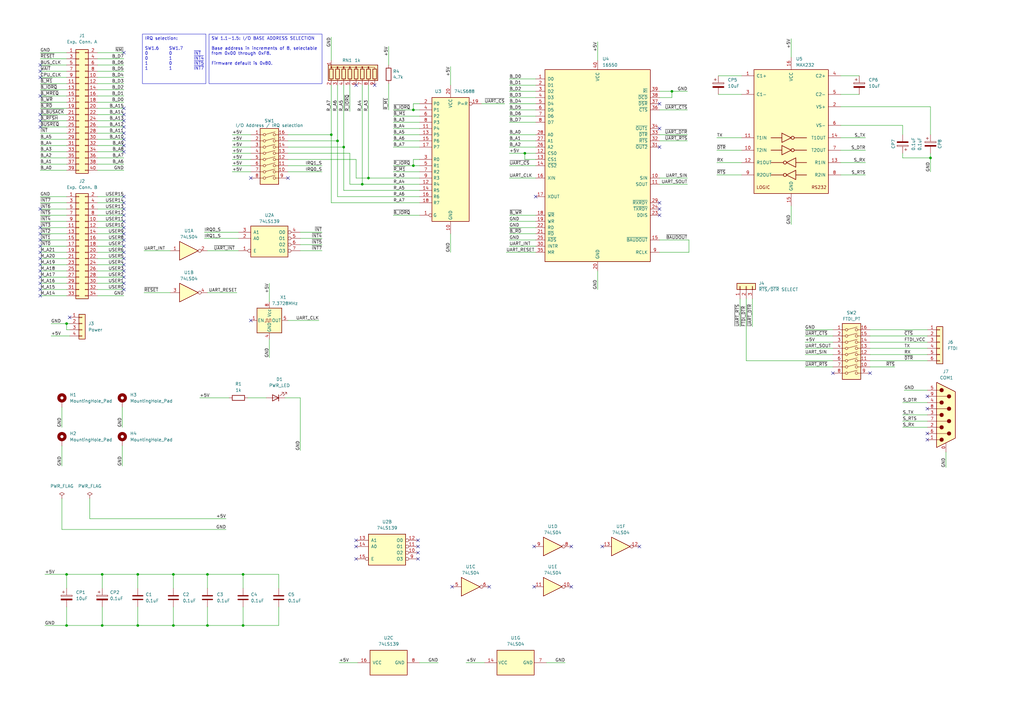
<source format=kicad_sch>
(kicad_sch (version 20230121) (generator eeschema)
  (paper "A3")
  (title_block (title "Serial I/O board for the stackable Z80 computer") (date "2024-02-19") (rev "1.7"))
  (junction (at 27.305 256.54))
  (junction (at 85.09 235.585))
  (junction (at 99.695 256.54))
  (junction (at 135.89 55.245))
  (junction (at 27.305 235.585))
  (junction (at 138.43 57.785))
  (junction (at 169.545 45.085))
  (junction (at 275.59 37.465))
  (junction (at 41.91 235.585))
  (junction (at 148.59 75.565))
  (junction (at 85.09 256.54))
  (junction (at 27.305 132.715))
  (junction (at 151.13 73.025))
  (junction (at 71.12 235.585))
  (junction (at 99.695 235.585))
  (junction (at 140.97 60.325))
  (junction (at 71.12 256.54))
  (junction (at 41.91 256.54))
  (junction (at 56.515 235.585))
  (junction (at 381.635 64.77))
  (junction (at 169.545 67.945))
  (junction (at 56.515 256.54))
  (junction (at 215.265 62.865))
  (no_connect (at 146.05 224.155))
  (no_connect (at 16.51 108.585))
  (no_connect (at 171.45 224.155))
  (no_connect (at 262.255 224.155))
  (no_connect (at 50.8 62.23))
  (no_connect (at 102.87 73.025))
  (no_connect (at 200.66 240.665))
  (no_connect (at 50.8 113.665))
  (no_connect (at 50.8 95.885))
  (no_connect (at 50.8 108.585))
  (no_connect (at 50.8 21.59))
  (no_connect (at 16.51 98.425))
  (no_connect (at 50.8 116.205))
  (no_connect (at 50.8 52.07))
  (no_connect (at 50.8 49.53))
  (no_connect (at 50.8 103.505))
  (no_connect (at 234.315 240.665))
  (no_connect (at 16.51 93.345))
  (no_connect (at 50.8 90.805))
  (no_connect (at 50.8 54.61))
  (no_connect (at 16.51 49.53))
  (no_connect (at 50.8 88.265))
  (no_connect (at 270.51 42.545))
  (no_connect (at 341.63 153.035))
  (no_connect (at 380.365 180.34))
  (no_connect (at 146.05 229.235))
  (no_connect (at 102.87 131.445))
  (no_connect (at 380.365 167.64))
  (no_connect (at 16.51 26.67))
  (no_connect (at 234.315 224.155))
  (no_connect (at 16.51 121.285))
  (no_connect (at 50.8 93.345))
  (no_connect (at 16.51 113.665))
  (no_connect (at 356.87 153.035))
  (no_connect (at 146.05 34.925))
  (no_connect (at 219.71 80.645))
  (no_connect (at 16.51 46.99))
  (no_connect (at 270.51 88.265))
  (no_connect (at 16.51 111.125))
  (no_connect (at 50.8 83.185))
  (no_connect (at 270.51 60.325))
  (no_connect (at 50.8 100.965))
  (no_connect (at 171.45 226.695))
  (no_connect (at 50.8 118.745))
  (no_connect (at 50.8 59.69))
  (no_connect (at 16.51 52.07))
  (no_connect (at 16.51 95.885))
  (no_connect (at 146.05 221.615))
  (no_connect (at 270.51 85.725))
  (no_connect (at 153.67 34.925))
  (no_connect (at 118.11 73.025))
  (no_connect (at 50.8 98.425))
  (no_connect (at 219.075 240.665))
  (no_connect (at 50.8 85.725))
  (no_connect (at 16.51 103.505))
  (no_connect (at 171.45 221.615))
  (no_connect (at 16.51 118.745))
  (no_connect (at 50.8 111.125))
  (no_connect (at 16.51 106.045))
  (no_connect (at 16.51 29.21))
  (no_connect (at 50.8 46.99))
  (no_connect (at 50.8 80.645))
  (no_connect (at 270.51 83.185))
  (no_connect (at 270.51 52.705))
  (no_connect (at 185.42 240.665))
  (no_connect (at 16.51 31.75))
  (no_connect (at 50.8 44.45))
  (no_connect (at 247.015 224.155))
  (no_connect (at 16.51 85.725))
  (no_connect (at 28.575 130.175))
  (no_connect (at 219.075 224.155))
  (no_connect (at 380.365 162.56))
  (no_connect (at 171.45 229.235))
  (no_connect (at 380.365 177.8))
  (no_connect (at 16.51 39.37))
  (no_connect (at 50.8 106.045))
  (no_connect (at 50.8 57.15))
  (no_connect (at 16.51 100.965))
  (no_connect (at 16.51 116.205))
  (wire (pts (xy 50.8 36.83) (xy 40.005 36.83)))
  (wire (pts (xy 83.82 95.25) (xy 97.79 95.25)))
  (wire (pts (xy 308.61 133.985) (xy 308.61 122.555)))
  (wire (pts (xy 95.25 70.485) (xy 102.87 70.485)))
  (wire (pts (xy 40.005 103.505) (xy 50.8 103.505)))
  (wire (pts (xy 25.4 204.47) (xy 25.4 217.17)))
  (wire (pts (xy 281.94 57.785) (xy 270.51 57.785)))
  (wire (pts (xy 282.575 98.425) (xy 282.575 103.505)))
  (wire (pts (xy 56.515 241.3) (xy 56.515 235.585)))
  (wire (pts (xy 191.135 271.78) (xy 198.755 271.78)))
  (wire (pts (xy 159.385 19.05) (xy 159.385 26.67)))
  (wire (pts (xy 207.645 103.505) (xy 219.71 103.505)))
  (wire (pts (xy 16.51 113.665) (xy 27.305 113.665)))
  (wire (pts (xy 16.51 36.83) (xy 27.305 36.83)))
  (wire (pts (xy 370.205 172.72) (xy 380.365 172.72)))
  (wire (pts (xy 161.29 45.085) (xy 169.545 45.085)))
  (wire (pts (xy 16.51 46.99) (xy 27.305 46.99)))
  (wire (pts (xy 40.005 90.805) (xy 50.8 90.805)))
  (wire (pts (xy 27.305 135.255) (xy 27.305 132.715)))
  (wire (pts (xy 172.085 80.645) (xy 138.43 80.645)))
  (wire (pts (xy 50.165 167.005) (xy 50.165 175.26)))
  (wire (pts (xy 118.11 62.865) (xy 143.51 62.865)))
  (wire (pts (xy 101.6 163.195) (xy 109.22 163.195)))
  (wire (pts (xy 85.09 102.87) (xy 97.79 102.87)))
  (wire (pts (xy 275.59 40.005) (xy 275.59 37.465)))
  (wire (pts (xy 356.87 145.415) (xy 380.365 145.415)))
  (wire (pts (xy 110.49 146.685) (xy 110.49 139.065)))
  (wire (pts (xy 169.545 42.545) (xy 172.085 42.545)))
  (wire (pts (xy 118.11 65.405) (xy 146.05 65.405)))
  (wire (pts (xy 161.29 55.245) (xy 172.085 55.245)))
  (wire (pts (xy 16.51 85.725) (xy 27.305 85.725)))
  (wire (pts (xy 208.915 57.785) (xy 219.71 57.785)))
  (wire (pts (xy 208.915 88.265) (xy 219.71 88.265)))
  (wire (pts (xy 354.965 66.675) (xy 344.805 66.675)))
  (wire (pts (xy 330.2 145.415) (xy 341.63 145.415)))
  (wire (pts (xy 132.08 70.485) (xy 118.11 70.485)))
  (wire (pts (xy 18.415 235.585) (xy 27.305 235.585)))
  (wire (pts (xy 231.775 271.78) (xy 224.155 271.78)))
  (wire (pts (xy 50.8 41.91) (xy 40.005 41.91)))
  (wire (pts (xy 27.305 235.585) (xy 27.305 241.3)))
  (wire (pts (xy 270.51 103.505) (xy 282.575 103.505)))
  (wire (pts (xy 140.97 60.325) (xy 140.97 78.105)))
  (wire (pts (xy 172.085 73.025) (xy 151.13 73.025)))
  (wire (pts (xy 294.005 71.755) (xy 304.165 71.755)))
  (wire (pts (xy 56.515 235.585) (xy 71.12 235.585)))
  (wire (pts (xy 40.005 106.045) (xy 50.8 106.045)))
  (wire (pts (xy 151.13 73.025) (xy 146.05 73.025)))
  (wire (pts (xy 16.51 69.85) (xy 27.305 69.85)))
  (wire (pts (xy 208.915 100.965) (xy 219.71 100.965)))
  (wire (pts (xy 344.805 51.435) (xy 370.205 51.435)))
  (wire (pts (xy 50.8 121.285) (xy 40.005 121.285)))
  (wire (pts (xy 281.94 73.025) (xy 270.51 73.025)))
  (wire (pts (xy 50.8 52.07) (xy 40.005 52.07)))
  (wire (pts (xy 281.94 75.565) (xy 270.51 75.565)))
  (wire (pts (xy 59.055 120.015) (xy 69.85 120.015)))
  (wire (pts (xy 330.2 140.335) (xy 341.63 140.335)))
  (wire (pts (xy 151.13 34.925) (xy 151.13 73.025)))
  (wire (pts (xy 356.87 142.875) (xy 380.365 142.875)))
  (wire (pts (xy 59.055 102.87) (xy 69.85 102.87)))
  (wire (pts (xy 50.8 57.15) (xy 40.005 57.15)))
  (wire (pts (xy 25.4 182.88) (xy 25.4 191.135)))
  (wire (pts (xy 40.005 100.965) (xy 50.8 100.965)))
  (wire (pts (xy 16.51 41.91) (xy 27.305 41.91)))
  (wire (pts (xy 27.305 256.54) (xy 27.305 248.92)))
  (wire (pts (xy 184.785 27.305) (xy 184.785 34.925)))
  (wire (pts (xy 354.965 56.515) (xy 344.805 56.515)))
  (wire (pts (xy 50.8 62.23) (xy 40.005 62.23)))
  (wire (pts (xy 354.965 71.755) (xy 344.805 71.755)))
  (wire (pts (xy 40.005 88.265) (xy 50.8 88.265)))
  (wire (pts (xy 159.385 45.085) (xy 159.385 34.29)))
  (wire (pts (xy 50.8 54.61) (xy 40.005 54.61)))
  (wire (pts (xy 56.515 256.54) (xy 71.12 256.54)))
  (wire (pts (xy 132.08 100.33) (xy 123.19 100.33)))
  (wire (pts (xy 16.51 54.61) (xy 27.305 54.61)))
  (wire (pts (xy 294.005 66.675) (xy 304.165 66.675)))
  (wire (pts (xy 330.2 135.255) (xy 341.63 135.255)))
  (wire (pts (xy 356.87 140.335) (xy 380.365 140.335)))
  (wire (pts (xy 50.8 49.53) (xy 40.005 49.53)))
  (wire (pts (xy 50.8 116.205) (xy 40.005 116.205)))
  (wire (pts (xy 148.59 75.565) (xy 143.51 75.565)))
  (wire (pts (xy 208.915 62.865) (xy 215.265 62.865)))
  (wire (pts (xy 50.8 24.13) (xy 40.005 24.13)))
  (wire (pts (xy 354.965 61.595) (xy 344.805 61.595)))
  (wire (pts (xy 207.01 42.545) (xy 197.485 42.545)))
  (wire (pts (xy 114.3 248.92) (xy 114.3 256.54)))
  (wire (pts (xy 16.51 44.45) (xy 27.305 44.45)))
  (wire (pts (xy 304.165 38.735) (xy 294.64 38.735)))
  (wire (pts (xy 172.085 65.405) (xy 169.545 65.405)))
  (wire (pts (xy 56.515 256.54) (xy 41.91 256.54)))
  (wire (pts (xy 281.94 55.245) (xy 270.51 55.245)))
  (wire (pts (xy 381.635 64.77) (xy 370.205 64.77)))
  (wire (pts (xy 27.305 132.715) (xy 28.575 132.715)))
  (wire (pts (xy 135.89 15.24) (xy 135.89 24.765)))
  (wire (pts (xy 50.8 34.29) (xy 40.005 34.29)))
  (wire (pts (xy 50.8 46.99) (xy 40.005 46.99)))
  (wire (pts (xy 208.915 67.945) (xy 219.71 67.945)))
  (wire (pts (xy 25.4 217.17) (xy 92.71 217.17)))
  (wire (pts (xy 36.83 212.725) (xy 92.71 212.725)))
  (wire (pts (xy 324.485 15.875) (xy 324.485 23.495)))
  (wire (pts (xy 306.07 147.955) (xy 341.63 147.955)))
  (wire (pts (xy 16.51 29.21) (xy 27.305 29.21)))
  (wire (pts (xy 275.59 37.465) (xy 270.51 37.465)))
  (wire (pts (xy 161.29 57.785) (xy 172.085 57.785)))
  (wire (pts (xy 270.51 98.425) (xy 282.575 98.425)))
  (wire (pts (xy 50.8 59.69) (xy 40.005 59.69)))
  (wire (pts (xy 40.005 83.185) (xy 50.8 83.185)))
  (wire (pts (xy 83.82 97.79) (xy 97.79 97.79)))
  (wire (pts (xy 324.485 92.075) (xy 324.485 84.455)))
  (wire (pts (xy 184.785 103.505) (xy 184.785 95.885)))
  (wire (pts (xy 81.915 163.195) (xy 93.98 163.195)))
  (wire (pts (xy 370.205 165.1) (xy 380.365 165.1)))
  (wire (pts (xy 281.94 37.465) (xy 275.59 37.465)))
  (wire (pts (xy 16.51 49.53) (xy 27.305 49.53)))
  (wire (pts (xy 16.51 59.69) (xy 27.305 59.69)))
  (wire (pts (xy 99.695 235.585) (xy 99.695 241.3)))
  (wire (pts (xy 25.4 167.005) (xy 25.4 175.26)))
  (wire (pts (xy 16.51 39.37) (xy 27.305 39.37)))
  (wire (pts (xy 208.915 98.425) (xy 219.71 98.425)))
  (wire (pts (xy 16.51 26.67) (xy 27.305 26.67)))
  (wire (pts (xy 169.545 65.405) (xy 169.545 67.945)))
  (wire (pts (xy 356.87 137.795) (xy 380.365 137.795)))
  (wire (pts (xy 169.545 45.085) (xy 172.085 45.085)))
  (wire (pts (xy 294.005 61.595) (xy 304.165 61.595)))
  (wire (pts (xy 304.165 31.115) (xy 294.64 31.115)))
  (wire (pts (xy 85.09 256.54) (xy 71.12 256.54)))
  (wire (pts (xy 110.49 116.205) (xy 110.49 123.825)))
  (wire (pts (xy 161.29 47.625) (xy 172.085 47.625)))
  (wire (pts (xy 270.51 40.005) (xy 275.59 40.005)))
  (wire (pts (xy 208.915 34.925) (xy 219.71 34.925)))
  (wire (pts (xy 16.51 118.745) (xy 27.305 118.745)))
  (wire (pts (xy 40.005 98.425) (xy 50.8 98.425)))
  (wire (pts (xy 16.51 121.285) (xy 27.305 121.285)))
  (wire (pts (xy 161.29 60.325) (xy 172.085 60.325)))
  (wire (pts (xy 85.09 235.585) (xy 71.12 235.585)))
  (wire (pts (xy 28.575 135.255) (xy 27.305 135.255)))
  (wire (pts (xy 356.87 135.255) (xy 380.365 135.255)))
  (wire (pts (xy 18.415 256.54) (xy 27.305 256.54)))
  (wire (pts (xy 16.51 31.75) (xy 27.305 31.75)))
  (wire (pts (xy 50.8 67.31) (xy 40.005 67.31)))
  (wire (pts (xy 381.635 64.77) (xy 381.635 62.865)))
  (wire (pts (xy 16.51 108.585) (xy 27.305 108.585)))
  (wire (pts (xy 71.12 241.3) (xy 71.12 235.585)))
  (wire (pts (xy 41.91 235.585) (xy 41.91 241.3)))
  (wire (pts (xy 138.43 34.925) (xy 138.43 57.785)))
  (wire (pts (xy 172.085 78.105) (xy 140.97 78.105)))
  (wire (pts (xy 40.005 108.585) (xy 50.8 108.585)))
  (wire (pts (xy 367.03 150.495) (xy 356.87 150.495)))
  (wire (pts (xy 245.11 17.145) (xy 245.11 24.765)))
  (wire (pts (xy 16.51 93.345) (xy 27.305 93.345)))
  (wire (pts (xy 16.51 116.205) (xy 27.305 116.205)))
  (wire (pts (xy 281.94 45.085) (xy 270.51 45.085)))
  (wire (pts (xy 16.51 52.07) (xy 27.305 52.07)))
  (wire (pts (xy 132.08 97.79) (xy 123.19 97.79)))
  (wire (pts (xy 118.11 57.785) (xy 138.43 57.785)))
  (wire (pts (xy 161.29 50.165) (xy 172.085 50.165)))
  (wire (pts (xy 95.25 65.405) (xy 102.87 65.405)))
  (wire (pts (xy 50.8 64.77) (xy 40.005 64.77)))
  (wire (pts (xy 132.08 67.945) (xy 118.11 67.945)))
  (wire (pts (xy 148.59 34.925) (xy 148.59 75.565)))
  (wire (pts (xy 370.205 64.77) (xy 370.205 62.865)))
  (wire (pts (xy 356.87 147.955) (xy 380.365 147.955)))
  (wire (pts (xy 208.915 93.345) (xy 219.71 93.345)))
  (wire (pts (xy 138.43 57.785) (xy 138.43 80.645)))
  (wire (pts (xy 16.51 57.15) (xy 27.305 57.15)))
  (wire (pts (xy 50.8 113.665) (xy 40.005 113.665)))
  (wire (pts (xy 370.205 175.26) (xy 380.365 175.26)))
  (wire (pts (xy 114.3 241.3) (xy 114.3 235.585)))
  (wire (pts (xy 294.005 56.515) (xy 304.165 56.515)))
  (wire (pts (xy 132.08 102.87) (xy 123.19 102.87)))
  (wire (pts (xy 20.955 132.715) (xy 27.305 132.715)))
  (wire (pts (xy 95.25 55.245) (xy 102.87 55.245)))
  (wire (pts (xy 97.155 120.015) (xy 85.09 120.015)))
  (wire (pts (xy 208.915 40.005) (xy 219.71 40.005)))
  (wire (pts (xy 161.29 70.485) (xy 172.085 70.485)))
  (wire (pts (xy 16.51 64.77) (xy 27.305 64.77)))
  (wire (pts (xy 161.29 67.945) (xy 169.545 67.945)))
  (wire (pts (xy 208.915 32.385) (xy 219.71 32.385)))
  (wire (pts (xy 143.51 62.865) (xy 143.51 75.565)))
  (wire (pts (xy 381.635 43.815) (xy 381.635 55.245)))
  (wire (pts (xy 245.11 118.745) (xy 245.11 111.125)))
  (wire (pts (xy 16.51 80.645) (xy 27.305 80.645)))
  (wire (pts (xy 330.2 142.875) (xy 341.63 142.875)))
  (wire (pts (xy 50.8 31.75) (xy 40.005 31.75)))
  (wire (pts (xy 71.12 248.92) (xy 71.12 256.54)))
  (wire (pts (xy 50.8 69.85) (xy 40.005 69.85)))
  (wire (pts (xy 27.305 235.585) (xy 41.91 235.585)))
  (wire (pts (xy 99.695 235.585) (xy 85.09 235.585)))
  (wire (pts (xy 16.51 98.425) (xy 27.305 98.425)))
  (wire (pts (xy 118.11 60.325) (xy 140.97 60.325)))
  (wire (pts (xy 146.05 65.405) (xy 146.05 73.025)))
  (wire (pts (xy 16.51 88.265) (xy 27.305 88.265)))
  (wire (pts (xy 208.915 60.325) (xy 219.71 60.325)))
  (wire (pts (xy 344.805 43.815) (xy 381.635 43.815)))
  (wire (pts (xy 330.2 150.495) (xy 341.63 150.495)))
  (wire (pts (xy 85.09 248.92) (xy 85.09 256.54)))
  (wire (pts (xy 172.085 75.565) (xy 148.59 75.565)))
  (wire (pts (xy 215.265 65.405) (xy 215.265 62.865)))
  (wire (pts (xy 208.915 45.085) (xy 219.71 45.085)))
  (wire (pts (xy 50.165 182.88) (xy 50.165 191.135)))
  (wire (pts (xy 16.51 106.045) (xy 27.305 106.045)))
  (wire (pts (xy 135.89 55.245) (xy 135.89 83.185)))
  (wire (pts (xy 370.205 170.18) (xy 380.365 170.18)))
  (wire (pts (xy 114.3 256.54) (xy 99.695 256.54)))
  (wire (pts (xy 16.51 95.885) (xy 27.305 95.885)))
  (wire (pts (xy 306.07 122.555) (xy 306.07 147.955)))
  (wire (pts (xy 387.985 185.42) (xy 387.985 191.77)))
  (wire (pts (xy 143.51 45.72) (xy 143.51 34.925)))
  (wire (pts (xy 16.51 67.31) (xy 27.305 67.31)))
  (wire (pts (xy 50.8 44.45) (xy 40.005 44.45)))
  (wire (pts (xy 208.915 42.545) (xy 219.71 42.545)))
  (wire (pts (xy 123.19 163.195) (xy 123.19 184.785)))
  (wire (pts (xy 118.11 131.445) (xy 130.81 131.445)))
  (wire (pts (xy 352.425 31.115) (xy 344.805 31.115)))
  (wire (pts (xy 20.955 137.795) (xy 28.575 137.795)))
  (wire (pts (xy 95.25 62.865) (xy 102.87 62.865)))
  (wire (pts (xy 56.515 248.92) (xy 56.515 256.54)))
  (wire (pts (xy 16.51 21.59) (xy 27.305 21.59)))
  (wire (pts (xy 219.71 73.025) (xy 208.915 73.025)))
  (wire (pts (xy 85.09 241.3) (xy 85.09 235.585)))
  (wire (pts (xy 50.8 21.59) (xy 40.005 21.59)))
  (wire (pts (xy 16.51 111.125) (xy 27.305 111.125)))
  (wire (pts (xy 16.51 103.505) (xy 27.305 103.505)))
  (wire (pts (xy 40.005 93.345) (xy 50.8 93.345)))
  (wire (pts (xy 95.25 60.325) (xy 102.87 60.325)))
  (wire (pts (xy 99.695 248.92) (xy 99.695 256.54)))
  (wire (pts (xy 140.97 34.925) (xy 140.97 60.325)))
  (wire (pts (xy 208.915 95.885) (xy 219.71 95.885)))
  (wire (pts (xy 50.8 111.125) (xy 40.005 111.125)))
  (wire (pts (xy 50.8 29.21) (xy 40.005 29.21)))
  (wire (pts (xy 169.545 45.085) (xy 169.545 42.545)))
  (wire (pts (xy 169.545 67.945) (xy 172.085 67.945)))
  (wire (pts (xy 50.8 118.745) (xy 40.005 118.745)))
  (wire (pts (xy 135.89 34.925) (xy 135.89 55.245)))
  (wire (pts (xy 370.205 51.435) (xy 370.205 55.245)))
  (wire (pts (xy 179.705 271.78) (xy 172.085 271.78)))
  (wire (pts (xy 208.915 50.165) (xy 219.71 50.165)))
  (wire (pts (xy 16.51 24.13) (xy 27.305 24.13)))
  (wire (pts (xy 303.53 133.985) (xy 303.53 122.555)))
  (wire (pts (xy 208.915 37.465) (xy 219.71 37.465)))
  (wire (pts (xy 99.695 256.54) (xy 85.09 256.54)))
  (wire (pts (xy 95.25 57.785) (xy 102.87 57.785)))
  (wire (pts (xy 208.915 55.245) (xy 219.71 55.245)))
  (wire (pts (xy 41.91 256.54) (xy 41.91 248.92)))
  (wire (pts (xy 16.51 83.185) (xy 27.305 83.185)))
  (wire (pts (xy 330.2 137.795) (xy 341.63 137.795)))
  (wire (pts (xy 27.305 256.54) (xy 41.91 256.54)))
  (wire (pts (xy 40.005 80.645) (xy 50.8 80.645)))
  (wire (pts (xy 40.005 85.725) (xy 50.8 85.725)))
  (wire (pts (xy 132.08 95.25) (xy 123.19 95.25)))
  (wire (pts (xy 16.51 90.805) (xy 27.305 90.805)))
  (wire (pts (xy 215.265 62.865) (xy 219.71 62.865)))
  (wire (pts (xy 139.065 271.78) (xy 146.685 271.78)))
  (wire (pts (xy 380.365 160.02) (xy 370.84 160.02)))
  (wire (pts (xy 114.3 235.585) (xy 99.695 235.585)))
  (wire (pts (xy 16.51 100.965) (xy 27.305 100.965)))
  (wire (pts (xy 208.915 90.805) (xy 219.71 90.805)))
  (wire (pts (xy 40.005 95.885) (xy 50.8 95.885)))
  (wire (pts (xy 352.425 38.735) (xy 344.805 38.735)))
  (wire (pts (xy 381.635 70.485) (xy 381.635 64.77)))
  (wire (pts (xy 208.915 47.625) (xy 219.71 47.625)))
  (wire (pts (xy 161.29 88.265) (xy 172.085 88.265)))
  (wire (pts (xy 123.19 163.195) (xy 116.84 163.195)))
  (wire (pts (xy 50.8 26.67) (xy 40.005 26.67)))
  (wire (pts (xy 95.25 67.945) (xy 102.87 67.945)))
  (wire (pts (xy 50.8 39.37) (xy 40.005 39.37)))
  (wire (pts (xy 56.515 235.585) (xy 41.91 235.585)))
  (wire (pts (xy 219.71 65.405) (xy 215.265 65.405)))
  (wire (pts (xy 16.51 62.23) (xy 27.305 62.23)))
  (wire (pts (xy 36.83 204.47) (xy 36.83 212.725)))
  (wire (pts (xy 118.11 55.245) (xy 135.89 55.245)))
  (wire (pts (xy 172.085 83.185) (xy 135.89 83.185)))
  (wire (pts (xy 16.51 34.29) (xy 27.305 34.29)))
  (wire (pts (xy 161.29 52.705) (xy 172.085 52.705)))
  (text_box "SW 1.1-1.5: I/O BASE ADDRESS SELECTION\n\nBase address in increments of 8, selectable\nfrom 0x00 through 0xF8.\n\nFirmware default is 0x80." (at 85.725 13.97 0) (size 46.355 20.32) (effects (font (size 1.27 1.27)) (justify left top)))
  (text_box "IRQ selection:\n\nSW1.6	SW1.7\n0		0		~{INT}\n0		1		~{INT4}\n1		0		~{INT5}\n1		1		~{INT7}\n\n" (at 58.42 13.97 0) (size 26.035 20.32) (effects (font (size 1.27 1.27)) (justify left top)))
  (label "GND" (at 50.165 175.26 90))
  (label "~{R_IORQ}" (at 161.29 67.945 0))
  (label "+5V" (at 95.25 70.485 0))
  (label "+5V" (at 95.25 62.865 0))
  (label "B_A3" (at 161.29 50.165 0))
  (label "USER4" (at 50.8 108.585 180))
  (label "~{RESET}" (at 16.51 24.13 0))
  (label "GND" (at 25.4 191.135 90))
  (label "R_A5" (at 140.97 45.72 90))
  (label "USER9" (at 50.8 95.885 180))
  (label "B_A5" (at 161.29 55.245 0))
  (label "GND" (at 110.49 146.685 90))
  (label "~{INT}" (at 16.51 54.61 0))
  (label "~{B_IORQ}" (at 161.29 45.085 0))
  (label "R_A5" (at 161.29 78.105 0))
  (label "B_A1" (at 16.51 67.31 0))
  (label "GND" (at 50.165 191.135 90))
  (label "B_A9" (at 50.8 59.69 180))
  (label "UART_RESET" (at 207.645 103.505 0))
  (label "GND" (at 370.84 160.02 0))
  (label "B_D4" (at 50.8 31.75 180))
  (label "B_D5" (at 208.915 45.085 0))
  (label "GND" (at 16.51 21.59 0))
  (label "R_A4" (at 161.29 75.565 0))
  (label "+5V" (at 159.385 19.05 270))
  (label "R_A3" (at 161.29 73.025 0))
  (label "UART_CLK" (at 208.915 73.025 0))
  (label "GND" (at 387.985 191.77 90))
  (label "B_A8" (at 50.8 62.23 180))
  (label "M_A18" (at 16.51 111.125 0))
  (label "~{B_WR}" (at 208.915 88.265 0))
  (label "S_DTR" (at 370.205 165.1 0))
  (label "B_A5" (at 16.51 57.15 0))
  (label "+5V" (at 95.25 67.945 0))
  (label "B_A4" (at 16.51 59.69 0))
  (label "~{INT}" (at 132.08 95.25 180))
  (label "IRQ0_S" (at 83.82 95.25 0))
  (label "GND" (at 281.94 37.465 180))
  (label "R_A6" (at 138.43 45.72 90))
  (label "~{INT1}" (at 16.51 98.425 0))
  (label "UART_INT" (at 59.055 102.87 0))
  (label "FTDI_VCC" (at 370.84 140.335 0))
  (label "~{UART_DTR}" (at 281.94 55.245 180))
  (label "BUS_CLK" (at 16.51 26.67 0))
  (label "~{INT0}" (at 16.51 100.965 0))
  (label "~{B_M1}" (at 16.51 34.29 0))
  (label "~{INT5}" (at 132.08 100.33 180))
  (label "GND" (at 16.51 80.645 0))
  (label "B_A6" (at 50.8 67.31 180))
  (label "USER10" (at 50.8 93.345 180))
  (label "GND" (at 20.955 132.715 0))
  (label "IRQ1_S" (at 132.08 67.945 180))
  (label "GND" (at 208.915 90.805 0))
  (label "B_A3" (at 16.51 62.23 0))
  (label "+5V" (at 95.25 60.325 0))
  (label "R_A4" (at 148.59 45.72 90))
  (label "B_D5" (at 50.8 29.21 180))
  (label "B_D3" (at 50.8 34.29 180))
  (label "~{R_M1}" (at 159.385 45.085 90))
  (label "+5V" (at 92.71 212.725 180))
  (label "~{RTS}" (at 294.005 71.755 0))
  (label "TX" (at 294.005 56.515 0))
  (label "~{B_RFSH}" (at 16.51 49.53 0))
  (label "USER13" (at 50.8 85.725 180))
  (label "USER2" (at 50.8 113.665 180))
  (label "S_DTR" (at 354.965 61.595 180))
  (label "B_A1" (at 208.915 57.785 0))
  (label "R_A6" (at 161.29 80.645 0))
  (label "USER5" (at 50.8 106.045 180))
  (label "GND" (at 184.785 103.505 90))
  (label "B_D4" (at 208.915 42.545 0))
  (label "B_A7" (at 50.8 64.77 180))
  (label "~{RTS}" (at 367.03 150.495 180))
  (label "B_A2" (at 208.915 60.325 0))
  (label "CPU_CLK" (at 16.51 31.75 0))
  (label "GND" (at 25.4 175.26 90))
  (label "B_D6" (at 50.8 26.67 180))
  (label "B_D0" (at 208.915 32.385 0))
  (label "USER14" (at 50.8 83.185 180))
  (label "M_A21" (at 16.51 103.505 0))
  (label "M_A17" (at 16.51 113.665 0))
  (label "GND" (at 92.71 217.17 180))
  (label "M_A20" (at 16.51 106.045 0))
  (label "+5V" (at 81.915 163.195 0))
  (label "B_D1" (at 208.915 34.925 0))
  (label "UART_SIN" (at 330.2 145.415 0))
  (label "GND" (at 208.915 93.345 0))
  (label "S_RTS" (at 354.965 71.755 180))
  (label "USER8" (at 50.8 98.425 180))
  (label "GND" (at 179.705 271.78 180))
  (label "~{NMI}" (at 50.8 21.59 180))
  (label "~{R_IORQ}" (at 143.51 45.72 90))
  (label "~{B_IORQ}" (at 161.29 88.265 0))
  (label "~{WAIT}" (at 16.51 29.21 0))
  (label "B_D7" (at 208.915 50.165 0))
  (label "B_A11" (at 50.8 54.61 180))
  (label "B_D7" (at 50.8 24.13 180))
  (label "+5V" (at 191.135 271.78 0))
  (label "~{INT4}" (at 132.08 97.79 180))
  (label "~{B_RD}" (at 208.915 95.885 0))
  (label "+5V" (at 20.955 137.795 0))
  (label "B_A13" (at 50.8 49.53 180))
  (label "+5V" (at 110.49 116.205 270))
  (label "USER3" (at 50.8 111.125 180))
  (label "S_RX" (at 354.965 66.675 180))
  (label "~{FTDI_DTR}" (at 306.07 133.985 90))
  (label "B_D6" (at 208.915 47.625 0))
  (label "+5V" (at 184.785 27.305 270))
  (label "~{DTR}" (at 370.84 147.955 0))
  (label "+5V" (at 208.915 62.865 0))
  (label "~{B_BUSACK}" (at 16.51 46.99 0))
  (label "B_A6" (at 161.29 57.785 0))
  (label "S_RTS" (at 370.205 172.72 0))
  (label "B_A0" (at 208.915 55.245 0))
  (label "+5V" (at 95.25 65.405 0))
  (label "UART_SOUT" (at 330.2 142.875 0))
  (label "GND" (at 330.2 135.255 0))
  (label "B_A10" (at 50.8 57.15 180))
  (label "+5V" (at 95.25 55.245 0))
  (label "B_D2" (at 208.915 37.465 0))
  (label "M_A16" (at 16.51 116.205 0))
  (label "B_A4" (at 161.29 52.705 0))
  (label "R_A3" (at 151.13 45.72 90))
  (label "~{B_MREQ}" (at 16.51 39.37 0))
  (label "GND" (at 245.11 118.745 90))
  (label "USER11" (at 50.8 90.805 180))
  (label "B_D3" (at 208.915 40.005 0))
  (label "R_A7" (at 135.89 45.72 90))
  (label "~{B_M1}" (at 161.29 47.625 0))
  (label "~{UART_RTS}" (at 330.2 150.495 0))
  (label "~{UART_RTS}" (at 281.94 57.785 180))
  (label "UART_INT" (at 208.915 100.965 0))
  (label "+5V" (at 324.485 15.875 270))
  (label "USER0" (at 50.8 118.745 180))
  (label "S_TX" (at 370.205 170.18 0))
  (label "GND" (at 18.415 256.54 0))
  (label "TX" (at 370.84 142.875 0))
  (label "~{INT5}" (at 16.51 88.265 0))
  (label "RX" (at 370.84 145.415 0))
  (label "B_D0" (at 50.8 41.91 180))
  (label "~{CTS}" (at 370.84 137.795 0))
  (label "+5V" (at 330.2 140.335 0))
  (label "USER7" (at 50.8 100.965 180))
  (label "~{DTR}" (at 294.005 61.595 0))
  (label "UART_CLK" (at 130.81 131.445 180))
  (label "+5V" (at 95.25 57.785 0))
  (label "USER1" (at 50.8 116.205 180))
  (label "+5V" (at 139.065 271.78 0))
  (label "GND" (at 381.635 70.485 90))
  (label "~{B_WR}" (at 16.51 41.91 0))
  (label "GND" (at 50.8 69.85 180))
  (label "B_D2" (at 50.8 36.83 180))
  (label "+5V" (at 245.11 17.145 270))
  (label "~{INT6}" (at 16.51 85.725 0))
  (label "~{INT2}" (at 16.51 95.885 0))
  (label "GND" (at 135.89 15.24 270))
  (label "B_A2" (at 16.51 64.77 0))
  (label "USER15" (at 50.8 80.645 180))
  (label "IRQ1_S" (at 83.82 97.79 0))
  (label "~{R_M1}" (at 161.29 70.485 0))
  (label "B_A0" (at 16.51 69.85 0))
  (label "B_A12" (at 50.8 52.07 180))
  (label "GND" (at 231.775 271.78 180))
  (label "M_A19" (at 16.51 108.585 0))
  (label "~{UART_CTS}" (at 281.94 45.085 180))
  (label "~{UART_CS}" (at 208.915 67.945 0))
  (label "B_A7" (at 161.29 60.325 0))
  (label "S_TX" (at 354.965 56.515 180))
  (label "~{UART_INT}" (at 87.63 102.87 0))
  (label "~{B_IORQ}" (at 16.51 36.83 0))
  (label "IRQ0_S" (at 132.08 70.485 180))
  (label "R_A7" (at 161.29 83.185 0))
  (label "UART_SIN" (at 281.94 73.025 180))
  (label "USER6" (at 50.8 103.505 180))
  (label "GND" (at 123.19 184.785 90))
  (label "B_A14" (at 50.8 46.99 180))
  (label "USER12" (at 50.8 88.265 180))
  (label "GND" (at 208.915 98.425 0))
  (label "~{INT7}" (at 132.08 102.87 180))
  (label "UART_SOUT" (at 281.94 75.565 180))
  (label "UART_RESET" (at 97.155 120.015 180))
  (label "~{UART_CS}" (at 207.01 42.545 180))
  (label "+5V" (at 18.415 235.585 0))
  (label "~{B_RD}" (at 16.51 44.45 0))
  (label "RX" (at 294.005 66.675 0))
  (label "~{BAUDOUT}" (at 281.94 98.425 180))
  (label "S_RX" (at 370.205 175.26 0))
  (label "~{UART_CTS}" (at 330.2 137.795 0))
  (label "~{BUSREQ}" (at 16.51 52.07 0))
  (label "~{INT4}" (at 16.51 90.805 0))
  (label "~{INT7}" (at 16.51 83.185 0))
  (label "GND" (at 50.8 121.285 180))
  (label "M_A14" (at 16.51 121.285 0))
  (label "B_D1" (at 50.8 39.37 180))
  (label "M_A15" (at 16.51 118.745 0))
  (label "B_A15" (at 50.8 44.45 180))
  (label "~{RESET}" (at 59.055 120.015 0))
  (label "~{UART_RTS}" (at 303.53 133.985 90))
  (label "GND" (at 324.485 92.075 90))
  (label "~{UART_DTR}" (at 308.61 133.985 90))
  (label "~{INT3}" (at 16.51 93.345 0))
  (symbol (lib_id "power:PWR_FLAG") (at 36.83 204.47 0) (unit 1)
    (property "Reference" "#FLG02" (effects hide))
    (property "Value" "PWR_FLAG" (at 36.83 199.39 0))
  )
  (symbol (lib_id "Device:C") (at 114.3 245.11 0) (unit 1)
    (property "Reference" "C5" (at 118.11 243.84 0) (effects (justify left)))
    (property "Value" "0.1uF" (at 118.11 246.38 0) (effects (justify left)))
    (property "Footprint" "Capacitor_THT:C_Disc_D5.0mm_W2.5mm_P2.50mm" (effects hide))
  )
  (symbol (lib_id "74xx:74LS139") (at 110.49 97.79 0) (unit 1)
    (property "Reference" "U2" (at 110.49 88.265 0))
    (property "Value" "74LS139" (at 110.49 90.805 0))
    (property "Footprint" "Package_DIP:DIP-16_W7.62mm_Socket" (effects hide))
    (property "Datasheet" "http://www.ti.com/lit/ds/symlink/sn74ls139a.pdf" (effects hide))
  )
  (symbol (lib_id "Mechanical:MountingHole_Pad") (at 50.165 180.34 0) (unit 1)
    (property "Reference" "H4" (at 53.34 177.7999 0) (effects (justify left)))
    (property "Value" "MountingHole_Pad" (at 53.34 180.3399 0) (effects (justify left)))
    (property "Footprint" "MountingHole:MountingHole_3.2mm_M3_ISO7380_Pad" (effects hide))
  )
  (symbol (lib_id "74xx:74LS04") (at 226.695 224.155 0) (unit 4)
    (property "Reference" "U1" (at 226.695 215.9 0))
    (property "Value" "74LS04" (at 226.695 218.44 0))
    (property "Footprint" "Package_DIP:DIP-14_W7.62mm_Socket" (effects hide))
    (property "Datasheet" "http://www.ti.com/lit/gpn/sn74LS04" (effects hide))
  )
  (symbol (lib_id "Oscillator:CXO_DIP8") (at 110.49 131.445 0) (unit 1)
    (property "Reference" "X1" (at 116.205 121.92 0))
    (property "Value" "7.3728MHz" (at 116.84 124.46 0))
    (property "Footprint" "Package_DIP:DIP-8_W7.62mm_Socket" (effects hide))
    (property "Datasheet" "http://cdn-reichelt.de/documents/datenblatt/B400/OSZI.pdf" (effects hide))
  )
  (symbol (lib_id "Device:C") (at 85.09 245.11 0) (unit 1)
    (property "Reference" "C3" (at 88.9 243.84 0) (effects (justify left)))
    (property "Value" "0.1uF" (at 88.9 246.38 0) (effects (justify left)))
    (property "Footprint" "Capacitor_THT:C_Disc_D5.0mm_W2.5mm_P2.50mm" (effects hide))
  )
  (symbol (lib_id "Connector:DE9_Plug_MountingHoles") (at 387.985 170.18 0) (unit 1)
    (property "Reference" "J7" (at 386.715 152.4 0) (effects (justify left)))
    (property "Value" "COM1" (at 385.445 154.94 0) (effects (justify left)))
    (property "Footprint" "Connector_Dsub:DSUB-9_Male_Horizontal_P2.77x2.84mm_EdgePinOffset4.94mm_Housed_MountingHolesOffset7.48mm" (effects hide))
    (property "Datasheet" " ~" (effects hide))
  )
  (symbol (lib_id "74xx:74LS139") (at 158.75 224.155 0) (unit 2)
    (property "Reference" "U2" (at 158.75 213.995 0))
    (property "Value" "74LS139" (at 158.75 216.535 0))
    (property "Footprint" "Package_DIP:DIP-16_W7.62mm_Socket" (effects hide))
    (property "Datasheet" "http://www.ti.com/lit/ds/symlink/sn74ls139a.pdf" (effects hide))
  )
  (symbol (lib_id "Device:C") (at 71.12 245.11 0) (unit 1)
    (property "Reference" "C2" (at 74.93 243.84 0) (effects (justify left)))
    (property "Value" "0.1uF" (at 74.93 246.38 0) (effects (justify left)))
    (property "Footprint" "Capacitor_THT:C_Disc_D5.0mm_W2.5mm_P2.50mm" (effects hide))
  )
  (symbol (lib_id "Device:LED") (at 113.03 163.195 180) (unit 1)
    (property "Reference" "D1" (at 114.6175 155.575 0))
    (property "Value" "PWR_LED" (at 114.6175 158.115 0))
    (property "Footprint" "LED_THT:LED_D3.0mm" (effects hide))
  )
  (symbol (lib_id "Connector_Generic:Conn_01x03") (at 306.07 117.475 90) (unit 1)
    (property "Reference" "J4" (at 311.15 116.205 90) (effects (justify right)))
    (property "Value" "~{RTS}/~{DTR} SELECT" (at 311.15 118.745 90) (effects (justify right)))
    (property "Footprint" "Connector_PinHeader_2.54mm:PinHeader_1x03_P2.54mm_Vertical" (effects hide))
  )
  (symbol (lib_id "Device:C_Polarized") (at 294.64 34.925 0) (unit 1)
    (property "Reference" "CP5" (at 298.45 32.766 0) (effects (justify left)))
    (property "Value" "10uF" (at 298.45 35.306 0) (effects (justify left)))
    (property "Footprint" "Capacitor_THT:CP_Radial_D5.0mm_P2.50mm" (effects hide))
  )
  (symbol (lib_id "Mechanical:MountingHole_Pad") (at 25.4 164.465 0) (unit 1)
    (property "Reference" "H1" (at 28.575 161.9249 0) (effects (justify left)))
    (property "Value" "MountingHole_Pad" (at 28.575 164.4649 0) (effects (justify left)))
    (property "Footprint" "MountingHole:MountingHole_3.2mm_M3_ISO7380_Pad" (effects hide))
  )
  (symbol (lib_id "Switch:SW_DIP_x08") (at 110.49 65.405 0) (unit 1)
    (property "Reference" "SW1" (at 110.49 49.53 0))
    (property "Value" "I/O Address / IRQ selection" (at 110.49 51.435 0))
    (property "Footprint" "Button_Switch_THT:SW_DIP_SPSTx08_Slide_6.7x21.88mm_W7.62mm_P2.54mm_LowProfile" (effects hide))
  )
  (symbol (lib_id "Mechanical:MountingHole_Pad") (at 50.165 164.465 0) (unit 1)
    (property "Reference" "H3" (at 53.34 161.9249 0) (effects (justify left)))
    (property "Value" "MountingHole_Pad" (at 53.34 164.4649 0) (effects (justify left)))
    (property "Footprint" "MountingHole:MountingHole_3.2mm_M3_ISO7380_Pad" (effects hide))
  )
  (symbol (lib_id "Device:C_Polarized") (at 352.425 34.925 0) (unit 1)
    (property "Reference" "CP6" (at 356.235 32.766 0) (effects (justify left)))
    (property "Value" "10uF" (at 356.235 35.306 0) (effects (justify left)))
    (property "Footprint" "Capacitor_THT:CP_Radial_D5.0mm_P2.50mm" (effects hide))
  )
  (symbol (lib_id "74xx:74LS139") (at 159.385 271.78 90) (unit 3)
    (property "Reference" "U2" (at 159.385 261.62 90))
    (property "Value" "74LS139" (at 159.385 264.16 90))
    (property "Footprint" "Package_DIP:DIP-16_W7.62mm_Socket" (effects hide))
    (property "Datasheet" "http://www.ti.com/lit/ds/symlink/sn74ls139a.pdf" (effects hide))
  )
  (symbol (lib_id "Connector_Generic:Conn_01x06") (at 385.445 140.335 0) (unit 1)
    (property "Reference" "J6" (at 388.62 140.335 0) (effects (justify left)))
    (property "Value" "FTDI" (at 388.62 142.875 0) (effects (justify left)))
    (property "Footprint" "Connector_PinSocket_2.54mm:PinSocket_1x06_P2.54mm_Horizontal" (effects hide))
  )
  (symbol (lib_id "74xx:74LS04") (at 193.04 240.665 0) (unit 3)
    (property "Reference" "U1" (at 193.04 232.41 0))
    (property "Value" "74LS04" (at 193.04 234.95 0))
    (property "Footprint" "Package_DIP:DIP-14_W7.62mm_Socket" (effects hide))
    (property "Datasheet" "http://www.ti.com/lit/gpn/sn74LS04" (effects hide))
  )
  (symbol (lib_id "Device:C_Polarized") (at 370.205 59.055 180) (unit 1)
    (property "Reference" "CP7" (at 366.395 59.055 90))
    (property "Value" "0.1uF" (at 374.65 59.055 90))
    (property "Footprint" "Capacitor_THT:CP_Radial_D5.0mm_P2.50mm" (effects hide))
  )
  (symbol (lib_id "Device:R_Network08") (at 146.05 29.845 0) (unit 1)
    (property "Reference" "RN1" (at 140.335 24.765 0) (effects (justify left)))
    (property "Value" "1k" (at 145.415 24.765 0) (effects (justify left)))
    (property "Footprint" "Resistor_THT:R_Array_SIP9" (effects hide))
    (property "Datasheet" "http://www.vishay.com/docs/31509/csc.pdf" (effects hide))
  )
  (symbol (lib_id "74xx:74LS04") (at 77.47 102.87 0) (unit 1)
    (property "Reference" "U1" (at 77.47 94.615 0))
    (property "Value" "74LS04" (at 77.47 97.155 0))
    (property "Footprint" "Package_DIP:DIP-14_W7.62mm_Socket" (effects hide))
    (property "Datasheet" "http://www.ti.com/lit/gpn/sn74LS04" (effects hide))
  )
  (symbol (lib_id "Device:C") (at 56.515 245.11 0) (unit 1)
    (property "Reference" "C1" (at 59.69 243.84 0) (effects (justify left)))
    (property "Value" "0.1uF" (at 59.69 246.38 0) (effects (justify left)))
    (property "Footprint" "Capacitor_THT:C_Disc_D5.0mm_W2.5mm_P2.50mm" (effects hide))
  )
  (symbol (lib_id "74xx:74LS04") (at 211.455 271.78 90) (unit 7)
    (property "Reference" "U1" (at 211.455 261.62 90))
    (property "Value" "74LS04" (at 211.455 264.16 90))
    (property "Footprint" "Package_DIP:DIP-14_W7.62mm_Socket" (effects hide))
    (property "Datasheet" "http://www.ti.com/lit/gpn/sn74LS04" (effects hide))
  )
  (symbol (lib_id "Interface_UART:MAX232") (at 324.485 53.975 0) (unit 1)
    (property "Reference" "U5" (at 326.4409 24.13 0) (effects (justify left)))
    (property "Value" "MAX232" (at 326.4409 26.67 0) (effects (justify left)))
    (property "Footprint" "Package_DIP:DIP-16_W7.62mm_Socket" (effects hide))
    (property "Datasheet" "http://www.ti.com/lit/ds/symlink/max232.pdf" (effects hide))
  )
  (symbol (lib_id "Mechanical:MountingHole_Pad") (at 25.4 180.34 0) (unit 1)
    (property "Reference" "H2" (at 28.575 177.7999 0) (effects (justify left)))
    (property "Value" "MountingHole_Pad" (at 28.575 180.3399 0) (effects (justify left)))
    (property "Footprint" "MountingHole:MountingHole_3.2mm_M3_ISO7380_Pad" (effects hide))
  )
  (symbol (lib_id "Switch:SW_DIP_x08") (at 349.25 145.415 0) (unit 1)
    (property "Reference" "SW2" (at 349.25 128.27 0))
    (property "Value" "FTDI_PT" (at 349.25 130.81 0))
    (property "Footprint" "Button_Switch_THT:SW_DIP_SPSTx08_Slide_6.7x21.88mm_W7.62mm_P2.54mm_LowProfile" (effects hide))
  )
  (symbol (lib_id "Device:C_Polarized") (at 41.91 245.11 0) (unit 1)
    (property "Reference" "CP2" (at 45.085 242.951 0) (effects (justify left)))
    (property "Value" "0.1uF" (at 45.085 245.491 0) (effects (justify left)))
    (property "Footprint" "Capacitor_THT:CP_Radial_D5.0mm_P2.50mm" (effects hide))
  )
  (symbol (lib_id "Connector_Generic:Conn_01x04") (at 33.655 132.715 0) (unit 1)
    (property "Reference" "J3" (at 36.195 132.715 0) (effects (justify left)))
    (property "Value" "Power" (at 36.195 135.255 0) (effects (justify left)))
    (property "Footprint" "footprints:TE_171826-4" (effects hide))
  )
  (symbol (lib_id "Interface_UART:16550") (at 245.11 67.945 0) (unit 1)
    (property "Reference" "U4" (at 247.0659 24.13 0) (effects (justify left)))
    (property "Value" "16550" (at 247.0659 26.67 0) (effects (justify left)))
    (property "Footprint" "Package_DIP:DIP-40_W15.24mm_Socket" (effects hide))
    (property "Datasheet" "http://www.ti.com/lit/ds/symlink/pc16550d.pdf" (effects hide))
  )
  (symbol (lib_id "Connector_Generic:Conn_02x20_Odd_Even") (at 32.385 44.45 0) (unit 1)
    (property "Reference" "J1" (at 33.655 14.605 0))
    (property "Value" "Exp. Conn. A" (at 33.655 17.145 0))
    (property "Footprint" "Connector_IDC:IDC-Header_2x20_P2.54mm_Horizontal" (effects hide))
  )
  (symbol (lib_id "74xx:74LS04") (at 226.695 240.665 0) (unit 5)
    (property "Reference" "U1" (at 226.695 232.41 0))
    (property "Value" "74LS04" (at 226.695 234.95 0))
    (property "Footprint" "Package_DIP:DIP-14_W7.62mm_Socket" (effects hide))
    (property "Datasheet" "http://www.ti.com/lit/gpn/sn74LS04" (effects hide))
  )
  (symbol (lib_id "Device:C") (at 99.695 245.11 0) (unit 1)
    (property "Reference" "C4" (at 102.87 243.84 0) (effects (justify left)))
    (property "Value" "0.1uF" (at 102.87 246.38 0) (effects (justify left)))
    (property "Footprint" "Capacitor_THT:C_Disc_D5.0mm_W2.5mm_P2.50mm" (effects hide))
  )
  (symbol (lib_id "Device:R") (at 97.79 163.195 90) (unit 1)
    (property "Reference" "R1" (at 97.79 157.48 90))
    (property "Value" "1k" (at 97.79 160.02 90))
    (property "Footprint" "Resistor_THT:R_Axial_DIN0204_L3.6mm_D1.6mm_P7.62mm_Horizontal" (effects hide))
  )
  (symbol (lib_id "Device:C_Polarized") (at 27.305 245.11 0) (unit 1)
    (property "Reference" "CP1" (at 31.115 242.951 0) (effects (justify left)))
    (property "Value" "10uF" (at 31.115 245.491 0) (effects (justify left)))
    (property "Footprint" "Capacitor_THT:CP_Radial_D5.0mm_P2.50mm" (effects hide))
  )
  (symbol (lib_id "74xx:74LS688") (at 184.785 65.405 0) (unit 1)
    (property "Reference" "U3" (at 179.705 37.465 0))
    (property "Value" "74LS688" (at 190.5 37.465 0))
    (property "Footprint" "Package_DIP:DIP-20_W7.62mm_Socket" (effects hide))
    (property "Datasheet" "http://www.ti.com/lit/gpn/sn74LS688" (effects hide))
  )
  (symbol (lib_id "74xx:74LS04") (at 77.47 120.015 0) (unit 2)
    (property "Reference" "U1" (at 77.47 111.76 0))
    (property "Value" "74LS04" (at 77.47 114.3 0))
    (property "Footprint" "Package_DIP:DIP-14_W7.62mm_Socket" (effects hide))
    (property "Datasheet" "http://www.ti.com/lit/gpn/sn74LS04" (effects hide))
  )
  (symbol (lib_id "Connector_Generic:Conn_02x17_Odd_Even") (at 32.385 100.965 0) (unit 1)
    (property "Reference" "J2" (at 33.655 74.295 0))
    (property "Value" "Exp. Conn. B" (at 33.655 76.835 0))
    (property "Footprint" "Connector_IDC:IDC-Header_2x17_P2.54mm_Horizontal" (effects hide))
  )
  (symbol (lib_id "74xx:74LS04") (at 254.635 224.155 0) (unit 6)
    (property "Reference" "U1" (at 254.635 215.9 0))
    (property "Value" "74LS04" (at 254.635 218.44 0))
    (property "Footprint" "Package_DIP:DIP-14_W7.62mm_Socket" (effects hide))
    (property "Datasheet" "http://www.ti.com/lit/gpn/sn74LS04" (effects hide))
  )
  (symbol (lib_id "power:PWR_FLAG") (at 25.4 204.47 0) (unit 1)
    (property "Reference" "#FLG01" (effects hide))
    (property "Value" "PWR_FLAG" (at 25.4 199.39 0))
  )
  (symbol (lib_id "Device:R") (at 159.385 30.48 0) (unit 1)
    (property "Reference" "R4" (at 161.163 29.3116 0) (effects (justify left)))
    (property "Value" "4.7k" (at 161.163 31.623 0) (effects (justify left)))
    (property "Footprint" "Resistor_THT:R_Axial_DIN0204_L3.6mm_D1.6mm_P7.62mm_Horizontal" (effects hide))
  )
  (symbol (lib_id "Device:C_Polarized") (at 381.635 59.055 0) (unit 1)
    (property "Reference" "CP8" (at 385.445 59.055 90))
    (property "Value" "0.1uF" (at 377.19 59.055 90))
    (property "Footprint" "Capacitor_THT:CP_Radial_D5.0mm_P2.50mm" (effects hide))
  )
)
</source>
